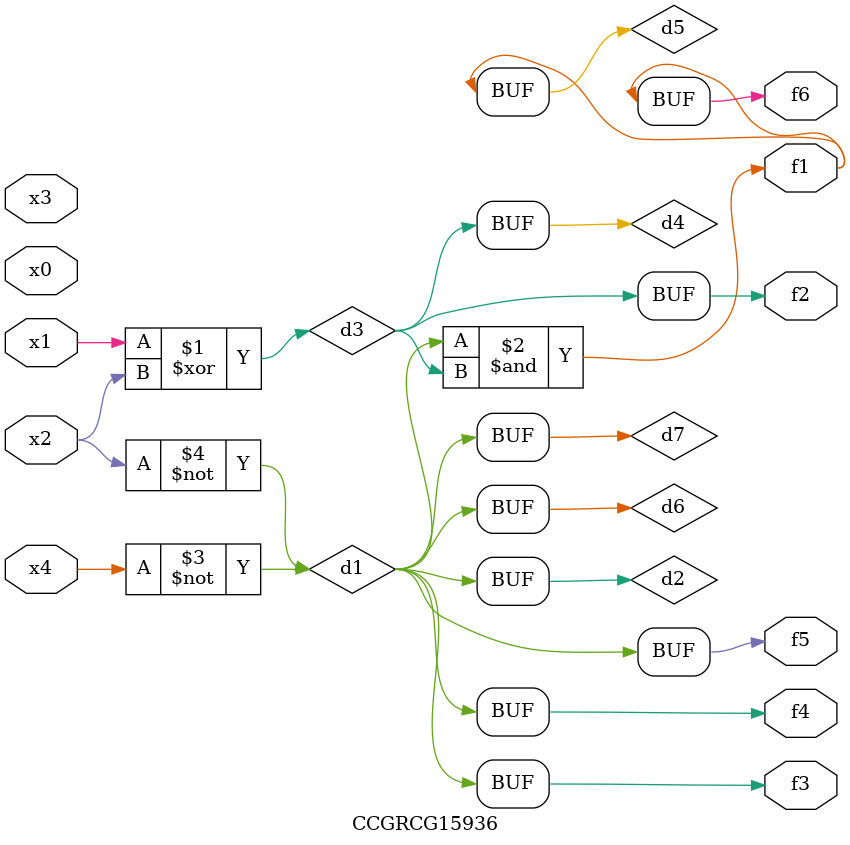
<source format=v>
module CCGRCG15936(
	input x0, x1, x2, x3, x4,
	output f1, f2, f3, f4, f5, f6
);

	wire d1, d2, d3, d4, d5, d6, d7;

	not (d1, x4);
	not (d2, x2);
	xor (d3, x1, x2);
	buf (d4, d3);
	and (d5, d1, d3);
	buf (d6, d1, d2);
	buf (d7, d2);
	assign f1 = d5;
	assign f2 = d4;
	assign f3 = d7;
	assign f4 = d7;
	assign f5 = d7;
	assign f6 = d5;
endmodule

</source>
